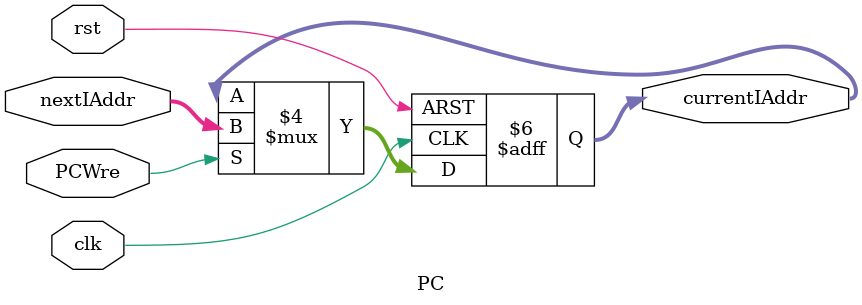
<source format=v>

module PC (
    clk,
    rst,            //reset为0有效
    PCWre,          //0表示为halt指令(PC不变)，1时PC正常更新呢
    nextIAddr,             //当前指令地址
    currentIAddr          //下一条指令地址
);
    input clk, rst, PCWre;
    input [31:0] nextIAddr;     //上一条指令的npc
    output reg [31:0] currentIAddr;

    always @(posedge clk or negedge rst) begin
        if (rst == 0)
            currentIAddr <= 32'h00003000;   //Mars中text段初始地址
        else if (PCWre)
            currentIAddr <= nextIAddr;      //PC接收新地址
        else
            currentIAddr <= currentIAddr;       //地址不变
    end 
endmodule
</source>
